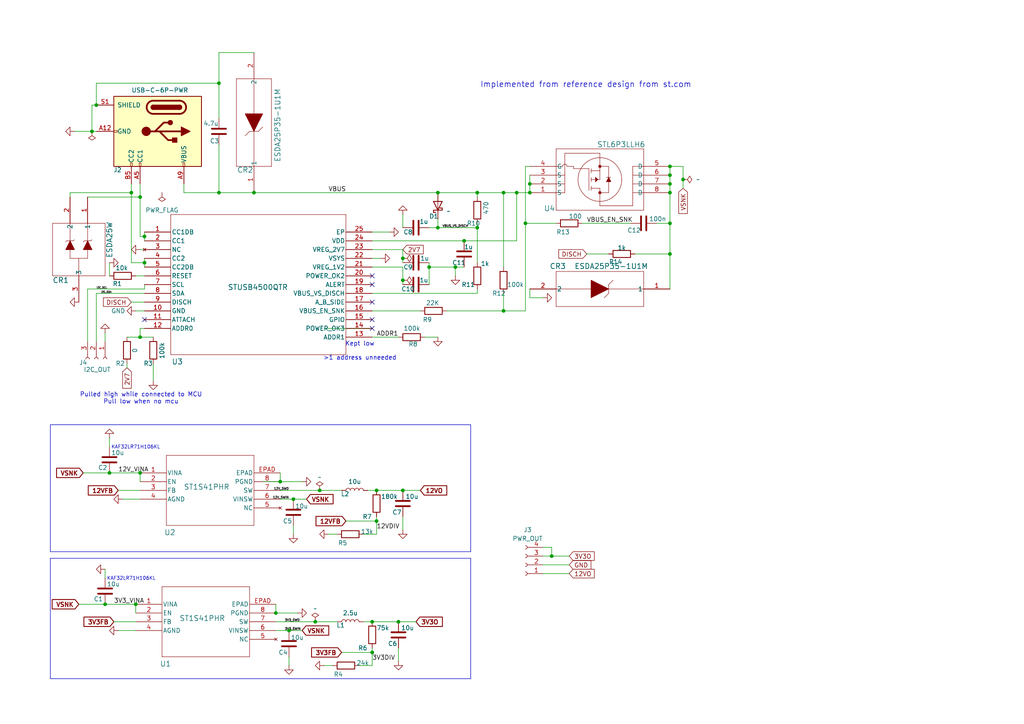
<source format=kicad_sch>
(kicad_sch (version 20231120) (generator "eeschema") (generator_version "8.0")
  (paper "A4")
  (title_block (title "N64-PDS") (date "2024-09-30") (rev "0.1.1") (company "Kiyo"))
  (lib_symbols
    (symbol "Connector:Conn_01x03_Socket" (pin_names (offset 1.016) hide)
      (property "Reference" "J" (at 0 5.08 0))
      (property "Value" "Conn_01x03_Socket" (at 0 -5.08 0))
      (symbol "Conn_01x03_Socket_1_1"
        (arc (start 0 -2.032) (mid -0.5058 -2.54) (end 0 -3.048) (stroke (width 0.1524)))
        (polyline (pts (xy -1.27 -2.54) (xy -0.508 -2.54)) (stroke (width 0.1524)))
        (polyline (pts (xy -1.27 0) (xy -0.508 0)) (stroke (width 0.1524)))
        (polyline (pts (xy -1.27 2.54) (xy -0.508 2.54)) (stroke (width 0.1524)))
        (arc (start 0 0.508) (mid -0.5058 0) (end 0 -0.508) (stroke (width 0.1524)))
        (arc (start 0 3.048) (mid -0.5058 2.54) (end 0 2.032) (stroke (width 0.1524)))
        (pin passive line (at -5.08 2.54 0) (length 3.81) (name "Pin_1") (number "1"))
        (pin passive line (at -5.08 0 0) (length 3.81) (name "Pin_2") (number "2"))
        (pin passive line (at -5.08 -2.54 0) (length 3.81) (name "Pin_3") (number "3"))
      )
    )
    (symbol "Connector:Conn_01x04_Socket" (pin_names (offset 1.016) hide)
      (property "Reference" "J" (at 0 5.08 0))
      (property "Value" "Conn_01x04_Socket" (at 0 -7.62 0))
      (symbol "Conn_01x04_Socket_1_1"
        (arc (start 0 -4.572) (mid -0.5058 -5.08) (end 0 -5.588) (stroke (width 0.1524)))
        (arc (start 0 -2.032) (mid -0.5058 -2.54) (end 0 -3.048) (stroke (width 0.1524)))
        (polyline (pts (xy -1.27 -5.08) (xy -0.508 -5.08)) (stroke (width 0.1524)))
        (polyline (pts (xy -1.27 -2.54) (xy -0.508 -2.54)) (stroke (width 0.1524)))
        (polyline (pts (xy -1.27 0) (xy -0.508 0)) (stroke (width 0.1524)))
        (polyline (pts (xy -1.27 2.54) (xy -0.508 2.54)) (stroke (width 0.1524)))
        (arc (start 0 0.508) (mid -0.5058 0) (end 0 -0.508) (stroke (width 0.1524)))
        (arc (start 0 3.048) (mid -0.5058 2.54) (end 0 2.032) (stroke (width 0.1524)))
        (pin passive line (at -5.08 2.54 0) (length 3.81) (name "Pin_1") (number "1"))
        (pin passive line (at -5.08 0 0) (length 3.81) (name "Pin_2") (number "2"))
        (pin passive line (at -5.08 -2.54 0) (length 3.81) (name "Pin_3") (number "3"))
        (pin passive line (at -5.08 -5.08 0) (length 3.81) (name "Pin_4") (number "4"))
      )
    )
    (symbol "Connector:USB_C_Receptacle_PowerOnly_6P" (pin_names (offset 1.016))
      (property "Reference" "J" (at 0 16.51 0))
      (property "Value" "USB_C_Receptacle_PowerOnly_6P" (at 0 13.97 0))
      (symbol "USB_C_Receptacle_PowerOnly_6P_0_0"
        (rectangle (start -0.254 -12.7) (end 0.254 -11.684))
        (rectangle (start 10.16 -7.366) (end 9.144 -7.874))
        (rectangle (start 10.16 -4.826) (end 9.144 -5.334))
        (rectangle (start 10.16 7.874) (end 9.144 7.366))
      )
      (symbol "USB_C_Receptacle_PowerOnly_6P_0_1"
        (rectangle (start -10.16 12.7) (end 10.16 -12.7) (stroke (width 0.254)) (fill (type background)))
        (arc (start -8.89 -1.27) (mid -6.985 -3.1667) (end -5.08 -1.27) (stroke (width 0.508)))
        (arc (start -7.62 -1.27) (mid -6.985 -1.9023) (end -6.35 -1.27) (stroke (width 0.254)))
        (arc (start -7.62 -1.27) (mid -6.985 -1.9023) (end -6.35 -1.27) (stroke (width 0.254)) (fill (type outline)))
        (rectangle (start -7.62 -1.27) (end -6.35 6.35) (stroke (width 0.254)) (fill (type outline)))
        (arc (start -6.35 6.35) (mid -6.985 6.9823) (end -7.62 6.35) (stroke (width 0.254)))
        (arc (start -6.35 6.35) (mid -6.985 6.9823) (end -7.62 6.35) (stroke (width 0.254)) (fill (type outline)))
        (arc (start -5.08 6.35) (mid -6.985 8.2467) (end -8.89 6.35) (stroke (width 0.508)))
        (circle (center -2.54 3.683) (radius 0.635) (stroke (width 0.254)) (fill (type outline)))
        (circle (center 0 -3.302) (radius 1.27) (fill (type outline)))
        (polyline (pts (xy -8.89 -1.27) (xy -8.89 6.35)) (stroke (width 0.508)))
        (polyline (pts (xy -5.08 6.35) (xy -5.08 -1.27)) (stroke (width 0.508)))
        (polyline (pts (xy 0 -3.302) (xy 0 6.858)) (stroke (width 0.508)))
        (polyline (pts (xy 0 -0.762) (xy -2.54 1.778) (xy -2.54 3.048)) (stroke (width 0.508)))
        (polyline (pts (xy 0 0.508) (xy 2.54 3.048) (xy 2.54 4.318)) (stroke (width 0.508)))
        (polyline (pts (xy -1.27 6.858) (xy 0 9.398) (xy 1.27 6.858) (xy -1.27 6.858)) (stroke (width 0.254)) (fill (type outline)))
        (rectangle (start 1.905 4.318) (end 3.175 5.588) (stroke (width 0.254)) (fill (type outline)))
      )
      (symbol "USB_C_Receptacle_PowerOnly_6P_1_1"
        (pin passive line (at 0 -17.78 90) (length 5.08) (name "GND") (number "A12"))
        (pin bidirectional line (at 15.24 -5.08 180) (length 5.08) (name "CC1") (number "A5"))
        (pin passive line (at 15.24 7.62 180) (length 5.08) (name "VBUS") (number "A9"))
        (pin passive line (at 0 -17.78 90) (length 5.08) hide (name "GND") (number "B12"))
        (pin bidirectional line (at 15.24 -7.62 180) (length 5.08) (name "CC2") (number "B5"))
        (pin passive line (at 15.24 7.62 180) (length 5.08) hide (name "VBUS") (number "B9"))
        (pin passive line (at -7.62 -17.78 90) (length 5.08) (name "SHIELD") (number "S1"))
      )
    )
    (symbol "Device:C" (pin_numbers hide) (pin_names (offset 0.254))
      (property "Reference" "C" (at 0.635 2.54 0))
      (property "Value" "C" (at 0.635 -2.54 0))
      (symbol "C_0_1"
        (polyline (pts (xy -2.032 -0.762) (xy 2.032 -0.762)) (stroke (width 0.508)))
        (polyline (pts (xy -2.032 0.762) (xy 2.032 0.762)) (stroke (width 0.508)))
      )
      (symbol "C_1_1"
        (pin passive line (at 0 3.81 270) (length 2.794) (name "~") (number "1"))
        (pin passive line (at 0 -3.81 90) (length 2.794) (name "~") (number "2"))
      )
    )
    (symbol "Device:D_Schottky" (pin_numbers hide) (pin_names (offset 1.016) hide)
      (property "Reference" "D" (at 0 2.54 0))
      (property "Value" "D_Schottky" (at 0 -2.54 0))
      (symbol "D_Schottky_0_1"
        (polyline (pts (xy 1.27 0) (xy -1.27 0)))
        (polyline (pts (xy 1.27 1.27) (xy 1.27 -1.27) (xy -1.27 0) (xy 1.27 1.27)) (stroke (width 0.254)))
        (polyline (pts (xy -1.905 0.635) (xy -1.905 1.27) (xy -1.27 1.27) (xy -1.27 -1.27) (xy -0.635 -1.27) (xy -0.635 -0.635)) (stroke (width 0.254)))
      )
      (symbol "D_Schottky_1_1"
        (pin passive line (at -3.81 0 0) (length 2.54) (name "K") (number "1"))
        (pin passive line (at 3.81 0 180) (length 2.54) (name "A") (number "2"))
      )
    )
    (symbol "Device:L" (pin_numbers hide) (pin_names (offset 1.016) hide)
      (property "Reference" "L" (at -1.27 0 90))
      (property "Value" "L" (at 1.905 0 90))
      (symbol "L_0_1"
        (arc (start 0 -2.54) (mid 0.6323 -1.905) (end 0 -1.27))
        (arc (start 0 -1.27) (mid 0.6323 -0.635) (end 0 0))
        (arc (start 0 0) (mid 0.6323 0.635) (end 0 1.27))
        (arc (start 0 1.27) (mid 0.6323 1.905) (end 0 2.54))
      )
      (symbol "L_1_1"
        (pin passive line (at 0 3.81 270) (length 1.27) (name "1") (number "1"))
        (pin passive line (at 0 -3.81 90) (length 1.27) (name "2") (number "2"))
      )
    )
    (symbol "Device:R" (pin_numbers hide) (pin_names (offset 0))
      (property "Reference" "R" (at 2.032 0 90))
      (property "Value" "R" (at 0 0 90))
      (symbol "R_0_1"
        (rectangle (start -1.016 -2.54) (end 1.016 2.54) (stroke (width 0.254)))
      )
      (symbol "R_1_1"
        (pin passive line (at 0 3.81 270) (length 1.27) (name "~") (number "1"))
        (pin passive line (at 0 -3.81 90) (length 1.27) (name "~") (number "2"))
      )
    )
    (symbol "ESDA25P35:ESDA25P35-1U1M" (pin_names (offset 0.254))
      (property "Reference" "CR" (at 20.32 10.16 0))
      (property "Value" "ESDA25P35-1U1M" (at 20.32 7.62 0))
      (symbol "ESDA25P35-1U1M_0_1"
        (polyline (pts (xy 7.62 -5.08) (xy 33.02 -5.08)) (stroke (width 0.127)))
        (polyline (pts (xy 7.62 0) (xy 33.02 0)) (stroke (width 0.127)))
        (polyline (pts (xy 7.62 5.08) (xy 7.62 -5.08)) (stroke (width 0.127)))
        (polyline (pts (xy 17.78 0) (xy 22.86 -2.54)) (stroke (width 0.127)))
        (polyline (pts (xy 17.78 1.27) (xy 16.51 2.54)) (stroke (width 0.127)))
        (polyline (pts (xy 17.78 1.27) (xy 17.78 -1.27)) (stroke (width 0.127)))
        (polyline (pts (xy 19.05 -2.54) (xy 17.78 -1.27)) (stroke (width 0.127)))
        (polyline (pts (xy 22.86 -2.54) (xy 22.86 2.54)) (stroke (width 0.127)))
        (polyline (pts (xy 22.86 2.54) (xy 17.78 0)) (stroke (width 0.127)))
        (polyline (pts (xy 33.02 -5.08) (xy 33.02 5.08)) (stroke (width 0.127)))
        (polyline (pts (xy 33.02 5.08) (xy 7.62 5.08)) (stroke (width 0.127)))
        (polyline (pts (xy 17.78 0) (xy 22.86 2.54) (xy 22.86 -2.54)) (fill (type outline)))
        (pin unspecified line (at 0 0 0) (length 7.62) (name "1") (number "1"))
        (pin unspecified line (at 40.64 0 180) (length 7.62) (name "2") (number "2"))
      )
    )
    (symbol "ESDA25W:ESDA25W" (pin_names (offset 0.254))
      (property "Reference" "CR" (at 15.24 10.16 0))
      (property "Value" "ESDA25W" (at 20.32 7.62 0))
      (symbol "ESDA25W_0_1"
        (polyline (pts (xy 7.62 -10.16) (xy 22.86 -10.16)) (stroke (width 0.127)))
        (polyline (pts (xy 7.62 0) (xy 17.78 0)) (stroke (width 0.127)))
        (polyline (pts (xy 7.62 5.08) (xy 7.62 -10.16)) (stroke (width 0.127)))
        (polyline (pts (xy 12.7 -6.0325) (xy 13.0175 -6.35)) (stroke (width 0.127)))
        (polyline (pts (xy 12.7 -5.08) (xy 15.24 -3.81)) (stroke (width 0.127)))
        (polyline (pts (xy 12.7 -4.1275) (xy 12.3825 -3.81)) (stroke (width 0.127)))
        (polyline (pts (xy 12.7 -4.1275) (xy 12.7 -6.0325)) (stroke (width 0.127)))
        (polyline (pts (xy 12.7 -0.9525) (xy 13.0175 -1.27)) (stroke (width 0.127)))
        (polyline (pts (xy 12.7 0) (xy 15.24 1.27)) (stroke (width 0.127)))
        (polyline (pts (xy 12.7 0.9525) (xy 12.3825 1.27)) (stroke (width 0.127)))
        (polyline (pts (xy 12.7 0.9525) (xy 12.7 -0.9525)) (stroke (width 0.127)))
        (polyline (pts (xy 15.24 -6.35) (xy 12.7 -5.08)) (stroke (width 0.127)))
        (polyline (pts (xy 15.24 -3.81) (xy 15.24 -6.35)) (stroke (width 0.127)))
        (polyline (pts (xy 15.24 -1.27) (xy 12.7 0)) (stroke (width 0.127)))
        (polyline (pts (xy 15.24 1.27) (xy 15.24 -1.27)) (stroke (width 0.127)))
        (polyline (pts (xy 17.78 -5.08) (xy 7.62 -5.08)) (stroke (width 0.127)))
        (polyline (pts (xy 17.78 -2.54) (xy 22.86 -2.54)) (stroke (width 0.127)))
        (polyline (pts (xy 17.78 0) (xy 17.78 -5.08)) (stroke (width 0.127)))
        (polyline (pts (xy 22.86 -10.16) (xy 22.86 5.08)) (stroke (width 0.127)))
        (polyline (pts (xy 22.86 5.08) (xy 7.62 5.08)) (stroke (width 0.127)))
        (polyline (pts (xy 12.7 -5.08) (xy 15.24 -3.81) (xy 15.24 -6.35)) (fill (type outline)))
        (polyline (pts (xy 12.7 0) (xy 15.24 1.27) (xy 15.24 -1.27)) (fill (type outline)))
        (pin unspecified line (at 0 0 0) (length 7.62) (name "1") (number "1"))
        (pin unspecified line (at 0 -5.08 0) (length 7.62) (name "2") (number "2"))
        (pin unspecified line (at 30.48 -2.54 180) (length 7.62) (name "3") (number "3"))
      )
    )
    (symbol "ST1S41PHR:ST1S41PHR" (pin_names (offset 0.254))
      (property "Reference" "U" (at 20.32 10.16 0))
      (property "Value" "ST1S41PHR" (at 20.32 7.62 0))
      (symbol "ST1S41PHR_0_1"
        (polyline (pts (xy 7.62 -15.24) (xy 33.02 -15.24)) (stroke (width 0.127)))
        (polyline (pts (xy 7.62 5.08) (xy 7.62 -15.24)) (stroke (width 0.127)))
        (polyline (pts (xy 33.02 -15.24) (xy 33.02 5.08)) (stroke (width 0.127)))
        (polyline (pts (xy 33.02 5.08) (xy 7.62 5.08)) (stroke (width 0.127)))
        (pin power_in line (at 0 0 0) (length 7.62) (name "VINA") (number "1"))
        (pin input line (at 0 -2.54 0) (length 7.62) (name "EN") (number "2"))
        (pin input line (at 0 -5.08 0) (length 7.62) (name "FB") (number "3"))
        (pin power_out line (at 0 -7.62 0) (length 7.62) (name "AGND") (number "4"))
        (pin no_connect line (at 40.64 -10.16 180) (length 7.62) (name "NC") (number "5"))
        (pin power_in line (at 40.64 -7.62 180) (length 7.62) (name "VINSW") (number "6"))
        (pin power_in line (at 40.64 -5.08 180) (length 7.62) (name "SW") (number "7"))
        (pin power_out line (at 40.64 -2.54 180) (length 7.62) (name "PGND") (number "8"))
        (pin power_out line (at 40.64 0 180) (length 7.62) (name "EPAD") (number "EPAD"))
      )
    )
    (symbol "STL6P3LLH6:STL6P3LLH6" (pin_names (offset 0.254))
      (property "Reference" "U" (at 20.32 10.16 0))
      (property "Value" "STL6P3LLH6" (at 20.32 7.62 0))
      (symbol "STL6P3LLH6_0_1"
        (polyline (pts (xy 7.62 -12.7) (xy 33.02 -12.7)) (stroke (width 0.127)))
        (polyline (pts (xy 7.62 -7.62) (xy 9.525 -7.62)) (stroke (width 0.127)))
        (polyline (pts (xy 7.62 -5.08) (xy 10.16 -5.08)) (stroke (width 0.127)))
        (polyline (pts (xy 7.62 -2.54) (xy 10.16 -2.54)) (stroke (width 0.127)))
        (polyline (pts (xy 7.62 0) (xy 10.16 0)) (stroke (width 0.127)))
        (polyline (pts (xy 7.62 5.08) (xy 7.62 -12.7)) (stroke (width 0.127)))
        (polyline (pts (xy 10.16 -11.43) (xy 20.32 -11.43)) (stroke (width 0.127)))
        (polyline (pts (xy 10.16 0) (xy 10.16 -11.43)) (stroke (width 0.127)))
        (polyline (pts (xy 10.795 -7.62) (xy 12.7 -7.62)) (stroke (width 0.127)))
        (polyline (pts (xy 12.7 -7.62) (xy 12.7 -6.985)) (stroke (width 0.127)))
        (polyline (pts (xy 17.145 -6.985) (xy 12.7 -6.985)) (stroke (width 0.127)))
        (polyline (pts (xy 17.145 -6.985) (xy 17.145 -0.635)) (stroke (width 0.127)))
        (polyline (pts (xy 17.78 -6.35) (xy 20.32 -6.35)) (stroke (width 0.127)))
        (polyline (pts (xy 17.78 -5.715) (xy 17.78 -6.985)) (stroke (width 0.127)))
        (polyline (pts (xy 17.78 -3.175) (xy 17.78 -4.445)) (stroke (width 0.127)))
        (polyline (pts (xy 17.78 -1.27) (xy 20.32 -1.27)) (stroke (width 0.127)))
        (polyline (pts (xy 17.78 -0.635) (xy 17.78 -1.905)) (stroke (width 0.127)))
        (polyline (pts (xy 19.05 -3.175) (xy 19.05 -4.445)) (stroke (width 0.127)))
        (polyline (pts (xy 19.685 -3.81) (xy 19.05 -4.445)) (stroke (width 0.127)))
        (polyline (pts (xy 19.685 -3.81) (xy 19.05 -3.175)) (stroke (width 0.127)))
        (polyline (pts (xy 20.32 -11.43) (xy 20.32 -3.81)) (stroke (width 0.127)))
        (polyline (pts (xy 20.32 -7.62) (xy 22.86 -7.62)) (stroke (width 0.127)))
        (polyline (pts (xy 20.32 -3.81) (xy 17.78 -3.81)) (stroke (width 0.127)))
        (polyline (pts (xy 20.32 -1.27) (xy 20.32 3.81)) (stroke (width 0.127)))
        (polyline (pts (xy 20.32 0) (xy 22.86 0)) (stroke (width 0.127)))
        (polyline (pts (xy 20.32 3.81) (xy 29.845 3.81)) (stroke (width 0.127)))
        (polyline (pts (xy 22.86 -7.62) (xy 22.86 0)) (stroke (width 0.127)))
        (polyline (pts (xy 22.86 -4.445) (xy 22.225 -3.175)) (stroke (width 0.127)))
        (polyline (pts (xy 23.495 -4.445) (xy 22.225 -4.445)) (stroke (width 0.127)))
        (polyline (pts (xy 23.495 -3.175) (xy 22.225 -3.175)) (stroke (width 0.127)))
        (polyline (pts (xy 23.495 -3.175) (xy 22.86 -4.445)) (stroke (width 0.127)))
        (polyline (pts (xy 29.845 -7.62) (xy 29.845 3.81)) (stroke (width 0.127)))
        (polyline (pts (xy 29.845 -5.08) (xy 33.02 -5.08)) (stroke (width 0.127)))
        (polyline (pts (xy 29.845 -2.54) (xy 33.02 -2.54)) (stroke (width 0.127)))
        (polyline (pts (xy 29.845 0) (xy 33.02 0)) (stroke (width 0.127)))
        (polyline (pts (xy 33.02 -12.7) (xy 33.02 5.08)) (stroke (width 0.127)))
        (polyline (pts (xy 33.02 -7.62) (xy 29.845 -7.62)) (stroke (width 0.127)))
        (polyline (pts (xy 33.02 5.08) (xy 7.62 5.08)) (stroke (width 0.127)))
        (polyline (pts (xy 19.05 -3.175) (xy 19.685 -3.81) (xy 19.05 -4.445)) (fill (type outline)))
        (polyline (pts (xy 22.225 -3.175) (xy 23.495 -3.175) (xy 22.86 -4.445)) (fill (type outline)))
        (arc (start 9.525 -7.62) (mid 10.16 -8.2522) (end 10.795 -7.62) (stroke (width 0.127)))
        (circle (center 20.32 -7.62) (radius 0.254) (stroke (width 0.381)))
        (circle (center 20.32 -3.81) (radius 6.35) (stroke (width 0.127)))
        (circle (center 20.32 0) (radius 0.254) (stroke (width 0.381)))
        (pin unspecified line (at 0 0 0) (length 7.62) (name "S") (number "1"))
        (pin unspecified line (at 0 -2.54 0) (length 7.62) (name "S") (number "2"))
        (pin unspecified line (at 0 -5.08 0) (length 7.62) (name "S") (number "3"))
        (pin unspecified line (at 0 -7.62 0) (length 7.62) (name "G") (number "4"))
        (pin unspecified line (at 40.64 -7.62 180) (length 7.62) (name "D") (number "5"))
        (pin unspecified line (at 40.64 -5.08 180) (length 7.62) (name "D") (number "6"))
        (pin unspecified line (at 40.64 -2.54 180) (length 7.62) (name "D") (number "7"))
        (pin unspecified line (at 40.64 0 180) (length 7.62) (name "D") (number "8"))
      )
    )
    (symbol "STUSB4500:STUSB4500QTR" (pin_names (offset 0.254))
      (property "Reference" "U" (at 33.02 10.16 0))
      (property "Value" "STUSB4500QTR" (at 33.02 7.62 0))
      (symbol "STUSB4500QTR_0_1"
        (polyline (pts (xy 7.62 -35.56) (xy 58.42 -35.56)) (stroke (width 0.127)))
        (polyline (pts (xy 7.62 5.08) (xy 7.62 -35.56)) (stroke (width 0.127)))
        (polyline (pts (xy 58.42 -35.56) (xy 58.42 5.08)) (stroke (width 0.127)))
        (polyline (pts (xy 58.42 5.08) (xy 7.62 5.08)) (stroke (width 0.127)))
        (pin unspecified line (at 0 0 0) (length 7.62) (name "CC1DB") (number "1"))
        (pin power_out line (at 0 -22.86 0) (length 7.62) (name "GND") (number "10"))
        (pin output line (at 0 -25.4 0) (length 7.62) (name "ATTACH") (number "11"))
        (pin input line (at 0 -27.94 0) (length 7.62) (name "ADDR0") (number "12"))
        (pin input line (at 66.04 -30.48 180) (length 7.62) (name "ADDR1") (number "13"))
        (pin output line (at 66.04 -27.94 180) (length 7.62) (name "POWER_OK3") (number "14"))
        (pin output line (at 66.04 -25.4 180) (length 7.62) (name "GPIO") (number "15"))
        (pin input line (at 66.04 -22.86 180) (length 7.62) (name "VBUS_EN_SNK") (number "16"))
        (pin output line (at 66.04 -20.32 180) (length 7.62) (name "A_B_SIDE") (number "17"))
        (pin input line (at 66.04 -17.78 180) (length 7.62) (name "VBUS_VS_DISCH") (number "18"))
        (pin output line (at 66.04 -15.24 180) (length 7.62) (name "ALERT") (number "19"))
        (pin unspecified line (at 0 -2.54 0) (length 7.62) (name "CC1") (number "2"))
        (pin output line (at 66.04 -12.7 180) (length 7.62) (name "POWER_OK2") (number "20"))
        (pin power_in line (at 66.04 -10.16 180) (length 7.62) (name "VREG_1V2") (number "21"))
        (pin power_in line (at 66.04 -7.62 180) (length 7.62) (name "VSYS") (number "22"))
        (pin power_in line (at 66.04 -5.08 180) (length 7.62) (name "VREG_2V7") (number "23"))
        (pin power_in line (at 66.04 -2.54 180) (length 7.62) (name "VDD") (number "24"))
        (pin power_out line (at 66.04 0 180) (length 7.62) (name "EP") (number "25"))
        (pin no_connect line (at 0 -5.08 0) (length 7.62) (name "NC") (number "3"))
        (pin unspecified line (at 0 -7.62 0) (length 7.62) (name "CC2") (number "4"))
        (pin unspecified line (at 0 -10.16 0) (length 7.62) (name "CC2DB") (number "5"))
        (pin input line (at 0 -12.7 0) (length 7.62) (name "RESET") (number "6"))
        (pin input line (at 0 -15.24 0) (length 7.62) (name "SCL") (number "7"))
        (pin bidirectional line (at 0 -17.78 0) (length 7.62) (name "SDA") (number "8"))
        (pin bidirectional line (at 0 -20.32 0) (length 7.62) (name "DISCH") (number "9"))
      )
    )
    (symbol "power:GND" (power) (pin_numbers hide) (pin_names (offset 0) hide)
      (property "Value" "GND" (at 0 -3.81 0))
      (symbol "GND_0_1"
        (polyline (pts (xy 0 0) (xy 0 -1.27) (xy 1.27 -1.27) (xy 0 -2.54) (xy -1.27 -1.27) (xy 0 -1.27)))
      )
      (symbol "GND_1_1"
        (pin power_in line (at 0 0 270) (length 0) (name "~") (number "1"))
      )
    )
    (symbol "power:PWR_FLAG" (power) (pin_numbers hide) (pin_names (offset 0) hide)
      (property "Value" "PWR_FLAG" (at 0 3.81 0))
      (symbol "PWR_FLAG_0_0"
        (pin power_out line (at 0 0 90) (length 0) (name "~") (number "1"))
      )
      (symbol "PWR_FLAG_0_1"
        (polyline (pts (xy 0 0) (xy 0 1.27) (xy -1.016 1.905) (xy 0 2.54) (xy 1.016 1.905) (xy 0 1.27)))
      )
    )
  )
  (junction (at 115.57 180.34))
  (junction (at 194.31 64.77))
  (junction (at 153.67 55.88))
  (junction (at 194.31 55.88))
  (junction (at 109.22 151.13))
  (junction (at 127 66.04))
  (junction (at 40.64 57.15))
  (junction (at 132.08 77.47))
  (junction (at 146.05 90.17))
  (junction (at 92.71 142.24))
  (junction (at 73.66 55.88))
  (junction (at 198.12 52.07))
  (junction (at 152.4 64.77))
  (junction (at 107.95 189.23))
  (junction (at 41.91 76.2))
  (junction (at 116.84 142.24))
  (junction (at 26.67 38.1))
  (junction (at 116.84 74.93))
  (junction (at 38.1 55.88))
  (junction (at 146.05 55.88))
  (junction (at 138.43 55.88))
  (junction (at 194.31 48.26))
  (junction (at 81.28 139.7))
  (junction (at 127 55.88))
  (junction (at 39.37 175.26))
  (junction (at 83.82 182.88))
  (junction (at 153.67 53.34))
  (junction (at 63.5 55.88))
  (junction (at 107.95 180.34))
  (junction (at 124.46 77.47))
  (junction (at 138.43 66.04))
  (junction (at 31.75 137.16))
  (junction (at 30.48 175.26))
  (junction (at 91.44 180.34))
  (junction (at 40.64 137.16))
  (junction (at 149.86 55.88))
  (junction (at 116.84 81.28))
  (junction (at 194.31 50.8))
  (junction (at 134.62 69.85))
  (junction (at 63.5 24.13))
  (junction (at 41.91 68.58))
  (junction (at 27.94 30.48))
  (junction (at 85.09 144.78))
  (junction (at 40.64 97.79))
  (junction (at 80.01 177.8))
  (junction (at 194.31 53.34))
  (junction (at 194.31 73.66))
  (junction (at 160.02 161.29))
  (junction (at 109.22 142.24))
  (no_connect (at 41.91 92.71))
  (no_connect (at 107.95 95.25))
  (no_connect (at 107.95 82.55))
  (no_connect (at 107.95 80.01))
  (no_connect (at 107.95 87.63))
  (no_connect (at 107.95 92.71))
  (wire (pts (xy 198.12 52.07) (xy 198.12 54.61)))
  (wire (pts (xy 63.5 24.13) (xy 63.5 34.29)))
  (wire (pts (xy 63.5 24.13) (xy 27.94 24.13)))
  (wire (pts (xy 138.43 64.77) (xy 138.43 66.04)))
  (wire (pts (xy 92.71 142.24) (xy 99.06 142.24)))
  (wire (pts (xy 153.67 86.36) (xy 157.48 86.36)))
  (wire (pts (xy 26.67 38.1) (xy 27.94 38.1)))
  (wire (pts (xy 160.02 158.75) (xy 160.02 161.29)))
  (wire (pts (xy 105.41 180.34) (xy 107.95 180.34)))
  (wire (pts (xy 115.57 187.96) (xy 115.57 191.77)))
  (wire (pts (xy 107.95 67.31) (xy 113.03 67.31)))
  (wire (pts (xy 41.91 74.93) (xy 41.91 76.2)))
  (wire (pts (xy 116.84 74.93) (xy 116.84 76.2)))
  (wire (pts (xy 20.32 57.15) (xy 20.32 55.88)))
  (wire (pts (xy 153.67 83.82) (xy 153.67 86.36)))
  (wire (pts (xy 91.44 180.34) (xy 97.79 180.34)))
  (wire (pts (xy 127 63.5) (xy 127 66.04)))
  (wire (pts (xy 107.95 193.04) (xy 104.14 193.04)))
  (wire (pts (xy 99.06 189.23) (xy 107.95 189.23)))
  (wire (pts (xy 39.37 90.17) (xy 41.91 90.17)))
  (wire (pts (xy 152.4 48.26) (xy 152.4 64.77)))
  (wire (pts (xy 85.09 152.4) (xy 85.09 154.94)))
  (wire (pts (xy 34.29 142.24) (xy 40.64 142.24)))
  (wire (pts (xy 168.91 64.77) (xy 182.88 64.77)))
  (wire (pts (xy 127 97.79) (xy 123.19 97.79)))
  (wire (pts (xy 40.64 95.25) (xy 41.91 95.25)))
  (wire (pts (xy 152.4 48.26) (xy 153.67 48.26)))
  (wire (pts (xy 36.83 97.79) (xy 40.64 97.79)))
  (wire (pts (xy 80.01 175.26) (xy 80.01 177.8)))
  (wire (pts (xy 138.43 83.82) (xy 138.43 85.09)))
  (wire (pts (xy 194.31 48.26) (xy 194.31 50.8)))
  (wire (pts (xy 80.01 177.8) (xy 86.36 177.8)))
  (wire (pts (xy 63.5 24.13) (xy 63.5 15.24)))
  (wire (pts (xy 63.5 15.24) (xy 73.66 15.24)))
  (wire (pts (xy 124.46 77.47) (xy 132.08 77.47)))
  (wire (pts (xy 38.1 55.88) (xy 38.1 76.2)))
  (wire (pts (xy 63.5 55.88) (xy 53.34 55.88)))
  (wire (pts (xy 25.4 57.15) (xy 40.64 57.15)))
  (wire (pts (xy 83.82 182.88) (xy 87.63 182.88)))
  (wire (pts (xy 198.12 48.26) (xy 198.12 52.07)))
  (wire (pts (xy 138.43 55.88) (xy 138.43 57.15)))
  (wire (pts (xy 81.28 144.78) (xy 85.09 144.78)))
  (wire (pts (xy 41.91 76.2) (xy 41.91 77.47)))
  (wire (pts (xy 127 55.88) (xy 138.43 55.88)))
  (wire (pts (xy 107.95 77.47) (xy 116.84 77.47)))
  (wire (pts (xy 116.84 77.47) (xy 116.84 81.28)))
  (wire (pts (xy 41.91 68.58) (xy 40.64 68.58)))
  (wire (pts (xy 107.95 189.23) (xy 107.95 193.04)))
  (wire (pts (xy 36.83 106.68) (xy 36.83 105.41)))
  (wire (pts (xy 27.94 24.13) (xy 27.94 30.48)))
  (wire (pts (xy 73.66 55.88) (xy 127 55.88)))
  (wire (pts (xy 127 66.04) (xy 124.46 66.04)))
  (wire (pts (xy 26.67 30.48) (xy 26.67 38.1)))
  (wire (pts (xy 81.28 139.7) (xy 87.63 139.7)))
  (wire (pts (xy 80.01 180.34) (xy 91.44 180.34)))
  (wire (pts (xy 194.31 48.26) (xy 198.12 48.26)))
  (wire (pts (xy 116.84 142.24) (xy 121.92 142.24)))
  (wire (pts (xy 107.95 85.09) (xy 138.43 85.09)))
  (wire (pts (xy 24.13 137.16) (xy 31.75 137.16)))
  (wire (pts (xy 116.84 72.39) (xy 116.84 74.93)))
  (wire (pts (xy 53.34 55.88) (xy 53.34 53.34)))
  (wire (pts (xy 106.68 142.24) (xy 109.22 142.24)))
  (wire (pts (xy 146.05 90.17) (xy 152.4 90.17)))
  (wire (pts (xy 190.5 64.77) (xy 194.31 64.77)))
  (wire (pts (xy 194.31 64.77) (xy 194.31 55.88)))
  (wire (pts (xy 116.84 149.86) (xy 116.84 153.67)))
  (wire (pts (xy 132.08 80.01) (xy 132.08 77.47)))
  (wire (pts (xy 80.01 182.88) (xy 83.82 182.88)))
  (wire (pts (xy 40.64 53.34) (xy 40.64 57.15)))
  (wire (pts (xy 107.95 189.23) (xy 107.95 187.96)))
  (wire (pts (xy 38.1 87.63) (xy 41.91 87.63)))
  (wire (pts (xy 146.05 85.09) (xy 146.05 90.17)))
  (wire (pts (xy 184.15 73.66) (xy 194.31 73.66)))
  (wire (pts (xy 160.02 161.29) (xy 165.1 161.29)))
  (wire (pts (xy 83.82 190.5) (xy 83.82 193.04)))
  (wire (pts (xy 44.45 110.49) (xy 44.45 105.41)))
  (wire (pts (xy 40.64 97.79) (xy 44.45 97.79)))
  (wire (pts (xy 157.48 161.29) (xy 160.02 161.29)))
  (wire (pts (xy 33.02 180.34) (xy 39.37 180.34)))
  (wire (pts (xy 97.79 154.94) (xy 95.25 154.94)))
  (wire (pts (xy 81.28 137.16) (xy 81.28 139.7)))
  (wire (pts (xy 100.33 151.13) (xy 109.22 151.13)))
  (wire (pts (xy 96.52 193.04) (xy 93.98 193.04)))
  (wire (pts (xy 41.91 76.2) (xy 38.1 76.2)))
  (wire (pts (xy 40.64 95.25) (xy 40.64 97.79)))
  (wire (pts (xy 152.4 64.77) (xy 152.4 90.17)))
  (wire (pts (xy 194.31 50.8) (xy 194.31 53.34)))
  (wire (pts (xy 73.66 55.88) (xy 63.5 55.88)))
  (wire (pts (xy 39.37 80.01) (xy 41.91 80.01)))
  (wire (pts (xy 116.84 62.23) (xy 116.84 66.04)))
  (wire (pts (xy 40.64 137.16) (xy 40.64 139.7)))
  (wire (pts (xy 153.67 53.34) (xy 153.67 55.88)))
  (wire (pts (xy 27.94 30.48) (xy 26.67 30.48)))
  (wire (pts (xy 107.95 95.25) (xy 93.98 95.25)))
  (wire (pts (xy 31.75 76.2) (xy 31.75 80.01)))
  (wire (pts (xy 194.31 64.77) (xy 194.31 73.66)))
  (wire (pts (xy 63.5 55.88) (xy 63.5 41.91)))
  (wire (pts (xy 20.32 55.88) (xy 38.1 55.88)))
  (wire (pts (xy 109.22 142.24) (xy 116.84 142.24)))
  (wire (pts (xy 34.29 182.88) (xy 39.37 182.88)))
  (wire (pts (xy 124.46 77.47) (xy 124.46 82.55)))
  (wire (pts (xy 127 66.04) (xy 138.43 66.04)))
  (wire (pts (xy 157.48 163.83) (xy 165.1 163.83)))
  (wire (pts (xy 27.94 85.09) (xy 41.91 85.09)))
  (wire (pts (xy 146.05 55.88) (xy 149.86 55.88)))
  (wire (pts (xy 152.4 64.77) (xy 161.29 64.77)))
  (wire (pts (xy 107.95 72.39) (xy 116.84 72.39)))
  (wire (pts (xy 146.05 55.88) (xy 146.05 77.47)))
  (wire (pts (xy 115.57 180.34) (xy 120.65 180.34)))
  (wire (pts (xy 76.2 139.7) (xy 81.28 139.7)))
  (wire (pts (xy 85.09 144.78) (xy 88.9 144.78)))
  (wire (pts (xy 22.86 175.26) (xy 30.48 175.26)))
  (wire (pts (xy 39.37 175.26) (xy 39.37 177.8)))
  (wire (pts (xy 107.95 69.85) (xy 134.62 69.85)))
  (wire (pts (xy 107.95 97.79) (xy 115.57 97.79)))
  (wire (pts (xy 129.54 90.17) (xy 146.05 90.17)))
  (wire (pts (xy 31.75 127) (xy 31.75 129.54)))
  (wire (pts (xy 25.4 83.82) (xy 41.91 83.82)))
  (wire (pts (xy 38.1 53.34) (xy 38.1 55.88)))
  (wire (pts (xy 107.95 74.93) (xy 110.49 74.93)))
  (wire (pts (xy 157.48 158.75) (xy 160.02 158.75)))
  (wire (pts (xy 30.48 165.1) (xy 30.48 167.64)))
  (wire (pts (xy 149.86 69.85) (xy 149.86 55.88)))
  (wire (pts (xy 109.22 151.13) (xy 109.22 149.86)))
  (wire (pts (xy 132.08 77.47) (xy 134.62 77.47)))
  (wire (pts (xy 27.94 85.09) (xy 27.94 99.06)))
  (wire (pts (xy 134.62 69.85) (xy 149.86 69.85)))
  (wire (pts (xy 25.4 83.82) (xy 25.4 99.06)))
  (wire (pts (xy 41.91 82.55) (xy 41.91 83.82)))
  (wire (pts (xy 41.91 67.31) (xy 41.91 68.58)))
  (wire (pts (xy 149.86 55.88) (xy 153.67 55.88)))
  (wire (pts (xy 31.75 137.16) (xy 40.64 137.16)))
  (wire (pts (xy 116.84 81.28) (xy 116.84 82.55)))
  (wire (pts (xy 170.18 73.66) (xy 176.53 73.66)))
  (wire (pts (xy 153.67 50.8) (xy 153.67 53.34)))
  (wire (pts (xy 138.43 55.88) (xy 146.05 55.88)))
  (wire (pts (xy 81.28 142.24) (xy 92.71 142.24)))
  (wire (pts (xy 40.64 57.15) (xy 40.64 68.58)))
  (wire (pts (xy 157.48 166.37) (xy 165.1 166.37)))
  (wire (pts (xy 35.56 144.78) (xy 40.64 144.78)))
  (wire (pts (xy 138.43 66.04) (xy 138.43 76.2)))
  (wire (pts (xy 40.64 72.39) (xy 41.91 72.39)))
  (wire (pts (xy 21.59 38.1) (xy 26.67 38.1)))
  (wire (pts (xy 107.95 90.17) (xy 121.92 90.17)))
  (wire (pts (xy 41.91 68.58) (xy 41.91 69.85)))
  (wire (pts (xy 107.95 180.34) (xy 115.57 180.34)))
  (wire (pts (xy 30.48 96.52) (xy 30.48 99.06)))
  (wire (pts (xy 194.31 53.34) (xy 194.31 55.88)))
  (wire (pts (xy 109.22 151.13) (xy 109.22 154.94)))
  (wire (pts (xy 30.48 175.26) (xy 39.37 175.26)))
  (wire (pts (xy 124.46 76.2) (xy 124.46 77.47)))
  (wire (pts (xy 109.22 154.94) (xy 105.41 154.94)))
  (wire (pts (xy 194.31 73.66) (xy 194.31 83.82)))
  (rectangle (start 14.605 123.19) (end 136.525 160.02))
  (rectangle (start 14.605 161.925) (end 136.525 196.85))
  (text "KAF32LR71H106KL" (at 39.37 129.794 0) (effects (font (size 1 1) (thickness 0.125))))
  (text "Kept low\n \n>1 address unneeded\n" (at 104.394 101.854 0) (effects (font (size 1.27 1.27))))
  (text "Implemented from reference design from st.com\n" (at 169.926 24.638 0) (effects (font (size 1.651 1.651))))
  (text "KAF32LR71H106KL" (at 38.1 167.894 0) (effects (font (size 1 1) (thickness 0.125))))
  (text "Pulled high while connected to MCU\nPull low when no mcu\n" (at 40.894 115.57 0) (effects (font (size 1.27 1.27))))
  (label "3V3_VINA" (at 33.02 175.26 0))
  (label "ADDR1" (at 109.22 97.79 0))
  (label "12V_VINA" (at 34.29 137.16 0))
  (label "I2C_SDA" (at 29.21 85.09 0) (effects (font (size 0.508 0.508))))
  (label "VBUS" (at 95.25 55.88 0))
  (label "12V_SWO" (at 83.82 142.24 180) (effects (font (size 0.635 0.635))))
  (label "12VDIV" (at 109.22 153.67 0))
  (label "3V3DIV" (at 107.95 191.77 0))
  (label "I2C_SCL" (at 27.94 83.82 0) (effects (font (size 0.508 0.508))))
  (label "12V_SWIN" (at 83.82 144.78 180) (effects (font (size 0.635 0.635))))
  (label "VBUS_EN_SNK" (at 170.18 64.77 0))
  (label "VBUS_VS_DISCH" (at 128.27 66.04 0) (effects (font (size 0.635 0.635))))
  (label "3V3_SWIN" (at 82.55 182.88 0) (effects (font (size 0.635 0.635))))
  (label "3V3_SWO" (at 82.55 180.34 0) (effects (font (size 0.635 0.635))))
  (global_label "12VFB" (shape input) (at 34.29 142.24 180) (effects (font (thickness 0.254) (bold yes))) (property "Intersheetrefs" "${INTERSHEET_REFS}" (effects (hide yes))))
  (global_label "VSNK" (shape input) (at 88.9 144.78 0) (effects (font (thickness 0.254) (bold yes))) (property "Intersheetrefs" "${INTERSHEET_REFS}" (effects (hide yes))))
  (global_label "3V3O" (shape input) (at 165.1 161.29 0) (property "Intersheetrefs" "${INTERSHEET_REFS}" (effects (hide yes))))
  (global_label "VSNK" (shape input) (at 87.63 182.88 0) (effects (font (thickness 0.254) (bold yes))) (property "Intersheetrefs" "${INTERSHEET_REFS}" (effects (hide yes))))
  (global_label "2V7" (shape input) (at 116.84 72.39 0) (property "Intersheetrefs" "${INTERSHEET_REFS}" (effects (hide yes))))
  (global_label "3V3O" (shape input) (at 120.65 180.34 0) (effects (font (thickness 0.254) (bold yes))) (property "Intersheetrefs" "${INTERSHEET_REFS}" (effects (hide yes))))
  (global_label "3V3FB" (shape input) (at 33.02 180.34 180) (effects (font (thickness 0.254) (bold yes))) (property "Intersheetrefs" "${INTERSHEET_REFS}" (effects (hide yes))))
  (global_label "DISCH" (shape input) (at 170.18 73.66 180) (property "Intersheetrefs" "${INTERSHEET_REFS}" (effects (hide yes))))
  (global_label "2V7" (shape input) (at 36.83 106.68 270) (property "Intersheetrefs" "${INTERSHEET_REFS}" (effects (hide yes))))
  (global_label "GND" (shape input) (at 165.1 163.83 0) (property "Intersheetrefs" "${INTERSHEET_REFS}" (effects (hide yes))))
  (global_label "VSNK" (shape input) (at 22.86 175.26 180) (effects (font (thickness 0.254) (bold yes))) (property "Intersheetrefs" "${INTERSHEET_REFS}" (effects (hide yes))))
  (global_label "DISCH" (shape input) (at 38.1 87.63 180) (property "Intersheetrefs" "${INTERSHEET_REFS}" (effects (hide yes))))
  (global_label "12VO" (shape input) (at 121.92 142.24 0) (effects (font (thickness 0.254) (bold yes))) (property "Intersheetrefs" "${INTERSHEET_REFS}" (effects (hide yes))))
  (global_label "3V3FB" (shape input) (at 99.06 189.23 180) (effects (font (thickness 0.254) (bold yes))) (property "Intersheetrefs" "${INTERSHEET_REFS}" (effects (hide yes))))
  (global_label "VSNK" (shape input) (at 198.12 54.61 270) (property "Intersheetrefs" "${INTERSHEET_REFS}" (effects (hide yes))))
  (global_label "12VO" (shape input) (at 165.1 166.37 0) (property "Intersheetrefs" "${INTERSHEET_REFS}" (effects (hide yes))))
  (global_label "12VFB" (shape input) (at 100.33 151.13 180) (effects (font (thickness 0.254) (bold yes))) (property "Intersheetrefs" "${INTERSHEET_REFS}" (effects (hide yes))))
  (global_label "VSNK" (shape input) (at 24.13 137.16 180) (effects (font (thickness 0.254) (bold yes))) (property "Intersheetrefs" "${INTERSHEET_REFS}" (effects (hide yes))))
  (symbol (lib_id "Device:R") (at 125.73 90.17 90) (unit 1)
    (property "Reference" "R9" (at 123.952 92.71 90))
    (property "Value" "22K" (at 125.476 87.884 90))
    (property "Footprint" "Resistor_SMD:R_0402_1005Metric_Pad0.72x0.64mm_HandSolder" (effects (hide yes)))
    (property "Description" "Resistor" (effects (hide yes)))
  )
  (symbol (lib_id "Device:R") (at 100.33 193.04 270) (unit 1)
    (property "Reference" "R4" (at 96.774 195.58 90) (effects (justify left)))
    (property "Value" "24k" (at 103.378 192.278 90) (effects (justify left)))
    (property "Footprint" "Resistor_SMD:R_0402_1005Metric_Pad0.72x0.64mm_HandSolder" (effects (hide yes)))
    (property "Description" "Resistor" (effects (hide yes)))
  )
  (symbol (lib_id "STUSB4500:STUSB4500QTR") (at 41.91 67.31 0) (unit 1)
    (property "Reference" "U3" (at 53.086 104.902 0) (effects (font (size 1.524 1.524)) (justify right)))
    (property "Value" "STUSB4500QTR" (at 83.566 83.312 0) (effects (font (size 1.524 1.524)) (justify right)))
    (property "Footprint" "STUSB4500:QFN24EP_4X4_STM-M" (effects (hide yes)))
    (property "Datasheet" "STUSB4500QTR" (effects (hide yes)))
  )
  (symbol (lib_id "power:GND") (at 30.48 165.1 270) (unit 1)
    (property "Reference" "#PWR012" (effects (hide yes)))
    (property "Value" "GND" (effects (hide yes)))
    (property "Description" "Power symbol creates a global label with name \"GND\" , ground" (effects (hide yes)))
  )
  (symbol (lib_id "power:PWR_FLAG") (at 26.67 38.1 180) (unit 1)
    (property "Reference" "#FLG03" (effects (hide yes)))
    (property "Value" "PWR_FLAG" (effects (hide yes)))
    (property "Description" "Special symbol for telling ERC where power comes from" (effects (hide yes)))
  )
  (symbol (lib_id "Device:R") (at 119.38 97.79 90) (unit 1)
    (property "Reference" "R8" (at 121.158 99.822 90) (effects (justify left)))
    (property "Value" "100k" (at 121.92 95.25 90) (effects (justify left)))
    (property "Footprint" "Resistor_SMD:R_0402_1005Metric_Pad0.72x0.64mm_HandSolder" (effects (hide yes)))
    (property "Description" "Resistor" (effects (hide yes)))
  )
  (symbol (lib_id "power:GND") (at 87.63 139.7 90) (unit 1)
    (property "Reference" "#PWR021" (effects (hide yes)))
    (property "Value" "GND" (effects (hide yes)))
    (property "Description" "Power symbol creates a global label with name \"GND\" , ground" (effects (hide yes)))
  )
  (symbol (lib_id "Connector:USB_C_Receptacle_PowerOnly_6P") (at 45.72 38.1 270) (unit 1)
    (property "Reference" "J2" (at 35.306 49.276 90) (effects (justify right)))
    (property "Value" "USB-C-6P-PWR" (at 54.61 26.162 90) (effects (justify right)))
    (property "Footprint" "Connector_USB:USB_C_Receptacle_GCT_USB4125-xx-x-0190_6P_TopMnt_Horizontal" (effects (hide yes)))
    (property "Datasheet" "https://www.usb.org/sites/default/files/documents/usb_type-c.zip" (effects (hide yes)))
    (property "Description" "USB Power-Only 6P Type-C Receptacle connector" (effects (hide yes)))
  )
  (symbol (lib_id "Device:C") (at 115.57 184.15 0) (unit 1)
    (property "Reference" "C6" (at 112.522 186.69 0) (effects (justify left)))
    (property "Value" "10u" (at 116.332 182.118 0) (effects (justify left)))
    (property "Footprint" "Capacitor_SMD:C_0805_2012Metric_Pad1.18x1.45mm_HandSolder" (effects (hide yes)))
    (property "Description" "Unpolarized capacitor" (effects (hide yes)))
  )
  (symbol (lib_id "power:GND") (at 95.25 154.94 270) (unit 1)
    (property "Reference" "#PWR022" (effects (hide yes)))
    (property "Value" "GND" (effects (hide yes)))
    (property "Description" "Power symbol creates a global label with name \"GND\" , ground" (effects (hide yes)))
  )
  (symbol (lib_id "Device:C") (at 63.5 38.1 180) (unit 1)
    (property "Reference" "C3" (at 62.23 40.894 0))
    (property "Value" "4.7u" (at 61.214 35.814 0))
    (property "Footprint" "Capacitor_SMD:C_0402_1005Metric_Pad0.74x0.62mm_HandSolder" (effects (hide yes)))
    (property "Description" "Unpolarized capacitor" (effects (hide yes)))
  )
  (symbol (lib_id "power:PWR_FLAG") (at 46.99 55.88 180) (unit 1)
    (property "Reference" "#FLG01" (effects (hide yes)))
    (property "Value" "PWR_FLAG" (at 46.99 60.96 0))
    (property "Description" "Special symbol for telling ERC where power comes from" (effects (hide yes)))
  )
  (symbol (lib_id "power:GND") (at 157.48 86.36 90) (unit 1)
    (property "Reference" "#PWR05" (effects (hide yes)))
    (property "Value" "GND" (effects (hide yes)))
    (property "Description" "Power symbol creates a global label with name \"GND\" , ground" (effects (hide yes)))
  )
  (symbol (lib_id "Device:R") (at 35.56 80.01 90) (unit 1)
    (property "Reference" "R1" (at 34.036 82.296 90))
    (property "Value" "10k" (at 35.306 77.724 90))
    (property "Footprint" "Resistor_SMD:R_0402_1005Metric_Pad0.72x0.64mm_HandSolder" (effects (hide yes)))
    (property "Description" "Resistor" (effects (hide yes)))
  )
  (symbol (lib_id "Device:C") (at 134.62 73.66 0) (unit 1)
    (property "Reference" "C11" (at 133.096 76.2 0))
    (property "Value" "1u" (at 135.89 71.628 0))
    (property "Footprint" "Capacitor_SMD:C_0402_1005Metric_Pad0.74x0.62mm_HandSolder" (effects (hide yes)))
    (property "Description" "Unpolarized capacitor" (effects (hide yes)))
  )
  (symbol (lib_id "Device:C") (at 31.75 133.35 0) (unit 1)
    (property "Reference" "C2" (at 28.448 135.636 0) (effects (justify left)))
    (property "Value" "10u" (at 32.258 131.318 0) (effects (justify left)))
    (property "Footprint" "Capacitor_SMD:C_0603_1608Metric_Pad1.08x0.95mm_HandSolder" (effects (hide yes)))
    (property "Description" "Unpolarized capacitor" (effects (hide yes)))
  )
  (symbol (lib_id "power:GND") (at 35.56 144.78 270) (unit 1)
    (property "Reference" "#PWR019" (effects (hide yes)))
    (property "Value" "GND" (effects (hide yes)))
    (property "Description" "Power symbol creates a global label with name \"GND\" , ground" (effects (hide yes)))
  )
  (symbol (lib_id "power:GND") (at 31.75 127 180) (unit 1)
    (property "Reference" "#PWR011" (effects (hide yes)))
    (property "Value" "GND" (effects (hide yes)))
    (property "Description" "Power symbol creates a global label with name \"GND\" , ground" (effects (hide yes)))
  )
  (symbol (lib_id "Device:R") (at 109.22 146.05 0) (unit 1)
    (property "Reference" "R7" (at 105.156 149.86 0) (effects (justify left)))
    (property "Value" "180k" (at 110.49 144.018 0) (effects (justify left)))
    (property "Footprint" "Resistor_SMD:R_0402_1005Metric_Pad0.72x0.64mm_HandSolder" (effects (hide yes)))
    (property "Description" "Resistor" (effects (hide yes)))
  )
  (symbol (lib_id "Connector:Conn_01x03_Socket") (at 27.94 104.14 270) (unit 1)
    (property "Reference" "J4" (at 24.13 105.156 90))
    (property "Value" "I2C_OUT" (at 28.194 107.188 90))
    (property "Footprint" "Connector_Wire:SolderWire-1.5sqmm_1x03_P6mm_D1.7mm_OD3mm" (effects (hide yes)))
    (property "Description" "Generic connector, single row, 01x03, script generated" (effects (hide yes)))
  )
  (symbol (lib_id "Device:R") (at 138.43 80.01 0) (unit 1)
    (property "Reference" "R11" (at 133.858 82.55 0) (effects (justify left)))
    (property "Value" "1k" (at 139.446 76.454 0) (effects (justify left)))
    (property "Footprint" "Resistor_SMD:R_0402_1005Metric_Pad0.72x0.64mm_HandSolder" (effects (hide yes)))
    (property "Description" "Resistor" (effects (hide yes)))
  )
  (symbol (lib_id "power:GND") (at 39.37 90.17 270) (unit 1)
    (property "Reference" "#PWR02" (effects (hide yes)))
    (property "Value" "GND" (at 34.29 90.17 90))
    (property "Description" "Power symbol creates a global label with name \"GND\" , ground" (effects (hide yes)))
  )
  (symbol (lib_id "Device:R") (at 44.45 101.6 0) (unit 1)
    (property "Reference" "R3" (at 41.656 105.41 0) (effects (justify left)))
    (property "Value" "100k" (at 46.99 104.14 90) (effects (justify left)))
    (property "Footprint" "Resistor_SMD:R_0402_1005Metric_Pad0.72x0.64mm_HandSolder" (effects (hide yes)))
    (property "Description" "Resistor" (effects (hide yes)))
  )
  (symbol (lib_id "power:GND") (at 116.84 153.67 0) (unit 1)
    (property "Reference" "#PWR020" (effects (hide yes)))
    (property "Value" "GND" (effects (hide yes)))
    (property "Description" "Power symbol creates a global label with name \"GND\" , ground" (effects (hide yes)))
  )
  (symbol (lib_id "Device:C") (at 120.65 76.2 90) (unit 1)
    (property "Reference" "C9" (at 118.364 77.47 90))
    (property "Value" "1u" (at 123.19 74.93 90))
    (property "Footprint" "Capacitor_SMD:C_0402_1005Metric_Pad0.74x0.62mm_HandSolder" (effects (hide yes)))
    (property "Description" "Unpolarized capacitor" (effects (hide yes)))
  )
  (symbol (lib_id "ESDA25P35:ESDA25P35-1U1M") (at 194.31 83.82 0) (mirror y) (unit 1)
    (property "Reference" "CR3" (at 161.798 77.216 0) (effects (font (size 1.524 1.524))))
    (property "Value" "ESDA25P35-1U1M" (at 177.292 77.216 0) (effects (font (size 1.524 1.524))))
    (property "Footprint" "ESDA25P35:QFN1610_STM-M" (effects (hide yes)))
    (property "Datasheet" "ESDA25P35-1U1M" (effects (hide yes)))
  )
  (symbol (lib_id "power:GND") (at 132.08 80.01 0) (unit 1)
    (property "Reference" "#PWR06" (effects (hide yes)))
    (property "Value" "GND" (effects (hide yes)))
    (property "Description" "Power symbol creates a global label with name \"GND\" , ground" (effects (hide yes)))
  )
  (symbol (lib_id "Device:R") (at 101.6 154.94 270) (unit 1)
    (property "Reference" "R5" (at 98.044 157.48 90) (effects (justify left)))
    (property "Value" "13k" (at 104.648 154.178 90) (effects (justify left)))
    (property "Footprint" "Resistor_SMD:R_0402_1005Metric_Pad0.72x0.64mm_HandSolder" (effects (hide yes)))
    (property "Description" "Resistor" (effects (hide yes)))
  )
  (symbol (lib_id "Device:R") (at 165.1 64.77 90) (unit 1)
    (property "Reference" "R13" (at 163.322 67.31 90))
    (property "Value" "100" (at 166.878 62.738 90))
    (property "Footprint" "Resistor_SMD:R_0402_1005Metric_Pad0.72x0.64mm_HandSolder" (effects (hide yes)))
    (property "Description" "Resistor" (effects (hide yes)))
  )
  (symbol (lib_id "power:GND") (at 85.09 154.94 0) (unit 1)
    (property "Reference" "#PWR018" (effects (hide yes)))
    (property "Value" "GND" (effects (hide yes)))
    (property "Description" "Power symbol creates a global label with name \"GND\" , ground" (effects (hide yes)))
  )
  (symbol (lib_id "Device:D_Schottky") (at 127 59.69 90) (unit 1)
    (property "Reference" "D1" (at 124.46 62.738 90) (effects (justify right)))
    (property "Value" "~" (at 129.54 61.2775 90) (effects (justify right)))
    (property "Footprint" "Diode_SMD:D_0402_1005Metric_Pad0.77x0.64mm_HandSolder" (effects (hide yes)))
    (property "Description" "Schottky diode" (effects (hide yes)))
  )
  (symbol (lib_id "Device:C") (at 120.65 66.04 90) (unit 1)
    (property "Reference" "C8" (at 118.364 67.31 90))
    (property "Value" "1u" (at 122.936 64.262 90))
    (property "Footprint" "Capacitor_SMD:C_0402_1005Metric_Pad0.74x0.62mm_HandSolder" (effects (hide yes)))
    (property "Description" "Unpolarized capacitor" (effects (hide yes)))
  )
  (symbol (lib_id "power:GND") (at 21.59 38.1 270) (unit 1)
    (property "Reference" "#PWR01" (effects (hide yes)))
    (property "Value" "GND" (effects (hide yes)))
    (property "Description" "Power symbol creates a global label with name \"GND\" , ground" (effects (hide yes)))
  )
  (symbol (lib_id "power:PWR_FLAG") (at 92.71 142.24 0) (unit 1)
    (property "Reference" "#FLG06" (effects (hide yes)))
    (property "Value" "~" (at 92.71 138.43 0))
    (property "Description" "Special symbol for telling ERC where power comes from" (effects (hide yes)))
  )
  (symbol (lib_id "Device:L") (at 101.6 180.34 90) (unit 1)
    (property "Reference" "L1" (at 98.806 181.356 90))
    (property "Value" "2.5u" (at 101.6 177.8 90))
    (property "Footprint" "Inductor_SMD:L_Coilcraft_MSS1048-XXX" (effects (hide yes)))
    (property "Description" "Inductor" (effects (hide yes)))
  )
  (symbol (lib_id "Device:R") (at 146.05 81.28 0) (unit 1)
    (property "Reference" "R12" (at 142.748 85.09 0) (effects (justify left)))
    (property "Value" "100k" (at 147.066 82.55 0) (effects (justify left)))
    (property "Footprint" "Resistor_SMD:R_0402_1005Metric_Pad0.72x0.64mm_HandSolder" (effects (hide yes)))
    (property "Description" "Resistor" (effects (hide yes)))
  )
  (symbol (lib_id "power:GND") (at 31.75 76.2 90) (unit 1)
    (property "Reference" "#PWR010" (effects (hide yes)))
    (property "Value" "GND" (effects (hide yes)))
    (property "Description" "Power symbol creates a global label with name \"GND\" , ground" (effects (hide yes)))
  )
  (symbol (lib_id "ST1S41PHR:ST1S41PHR") (at 39.37 175.26 0) (unit 1)
    (property "Reference" "U1" (at 48.006 192.532 0) (effects (font (size 1.524 1.524))))
    (property "Value" "ST1S41PHR" (at 58.674 179.324 0) (effects (font (size 1.524 1.524))))
    (property "Footprint" "ST1S41PHR:HSOP8_STM-M" (effects (hide yes)))
    (property "Datasheet" "ST1S41PHR" (effects (hide yes)))
  )
  (symbol (lib_id "ST1S41PHR:ST1S41PHR") (at 40.64 137.16 0) (unit 1)
    (property "Reference" "U2" (at 49.276 154.432 0) (effects (font (size 1.524 1.524))))
    (property "Value" "ST1S41PHR" (at 59.944 141.224 0) (effects (font (size 1.524 1.524))))
    (property "Footprint" "ST1S41PHR:HSOP8_STM-M" (effects (hide yes)))
    (property "Datasheet" "ST1S41PHR" (effects (hide yes)))
  )
  (symbol (lib_id "ESDA25W:ESDA25W") (at 25.4 57.15 270) (unit 1)
    (property "Reference" "CR1" (at 15.24 81.28 90) (effects (font (size 1.524 1.524)) (justify left)))
    (property "Value" "ESDA25W" (at 31.75 64.262 0) (effects (font (size 1.524 1.524)) (justify left)))
    (property "Footprint" "ESDA25W:SOT323-3L_STM-M" (effects (hide yes)))
    (property "Datasheet" "ESDA25W" (effects (hide yes)))
  )
  (symbol (lib_id "power:GND") (at 115.57 191.77 0) (unit 1)
    (property "Reference" "#PWR015" (effects (hide yes)))
    (property "Value" "GND" (effects (hide yes)))
    (property "Description" "Power symbol creates a global label with name \"GND\" , ground" (effects (hide yes)))
  )
  (symbol (lib_id "Device:C") (at 30.48 171.45 0) (unit 1)
    (property "Reference" "C1" (at 27.178 173.736 0) (effects (justify left)))
    (property "Value" "10u" (at 30.988 169.418 0) (effects (justify left)))
    (property "Footprint" "Capacitor_SMD:C_0603_1608Metric_Pad1.08x0.95mm_HandSolder" (effects (hide yes)))
    (property "Description" "Unpolarized capacitor" (effects (hide yes)))
  )
  (symbol (lib_id "power:GND") (at 127 97.79 0) (unit 1)
    (property "Reference" "#PWR024" (effects (hide yes)))
    (property "Value" "GND" (effects (hide yes)))
    (property "Description" "Power symbol creates a global label with name \"GND\" , ground" (effects (hide yes)))
  )
  (symbol (lib_id "power:GND") (at 110.49 74.93 90) (unit 1)
    (property "Reference" "#PWR025" (effects (hide yes)))
    (property "Value" "GND" (effects (hide yes)))
    (property "Description" "Power symbol creates a global label with name \"GND\" , ground" (effects (hide yes)))
  )
  (symbol (lib_id "Device:C") (at 83.82 186.69 0) (unit 1)
    (property "Reference" "C4" (at 80.772 189.23 0) (effects (justify left)))
    (property "Value" "10u" (at 84.328 184.912 0) (effects (justify left)))
    (property "Footprint" "Capacitor_SMD:C_0603_1608Metric" (effects (hide yes)))
    (property "Description" "Unpolarized capacitor" (effects (hide yes)))
  )
  (symbol (lib_id "power:GND") (at 40.64 72.39 270) (unit 1)
    (property "Reference" "#PWR023" (effects (hide yes)))
    (property "Value" "GND" (effects (hide yes)))
    (property "Description" "Power symbol creates a global label with name \"GND\" , ground" (effects (hide yes)))
  )
  (symbol (lib_id "power:GND") (at 113.03 67.31 90) (unit 1)
    (property "Reference" "#PWR09" (effects (hide yes)))
    (property "Value" "GND" (effects (hide yes)))
    (property "Description" "Power symbol creates a global label with name \"GND\" , ground" (effects (hide yes)))
  )
  (symbol (lib_id "ESDA25P35:ESDA25P35-1U1M") (at 73.66 55.88 90) (unit 1)
    (property "Reference" "CR2" (at 71.12 49.276 90) (effects (font (size 1.524 1.524))))
    (property "Value" "ESDA25P35-1U1M" (at 80.518 36.322 0) (effects (font (size 1.524 1.524))))
    (property "Footprint" "ESDA25P35:QFN1610_STM-M" (effects (hide yes)))
    (property "Datasheet" "ESDA25P35-1U1M" (effects (hide yes)))
  )
  (symbol (lib_id "power:GND") (at 93.98 193.04 270) (unit 1)
    (property "Reference" "#PWR016" (effects (hide yes)))
    (property "Value" "GND" (effects (hide yes)))
    (property "Description" "Power symbol creates a global label with name \"GND\" , ground" (effects (hide yes)))
  )
  (symbol (lib_id "Device:R") (at 180.34 73.66 90) (unit 1)
    (property "Reference" "R14" (at 178.562 75.946 90))
    (property "Value" "1k" (at 180.34 71.882 90))
    (property "Footprint" "Resistor_SMD:R_0402_1005Metric_Pad0.72x0.64mm_HandSolder" (effects (hide yes)))
    (property "Description" "Resistor" (effects (hide yes)))
  )
  (symbol (lib_id "Device:C") (at 85.09 148.59 0) (unit 1)
    (property "Reference" "C5" (at 82.042 151.13 0) (effects (justify left)))
    (property "Value" "10u" (at 85.598 146.812 0) (effects (justify left)))
    (property "Footprint" "Capacitor_SMD:C_0805_2012Metric_Pad1.18x1.45mm_HandSolder" (effects (hide yes)))
    (property "Description" "Unpolarized capacitor" (effects (hide yes)))
  )
  (symbol (lib_id "Device:R") (at 138.43 60.96 0) (unit 1)
    (property "Reference" "R10" (at 135.382 64.77 0) (effects (justify left)))
    (property "Value" "470" (at 140.97 62.2299 90) (effects (justify left)))
    (property "Footprint" "Resistor_SMD:R_0402_1005Metric_Pad0.72x0.64mm_HandSolder" (effects (hide yes)))
    (property "Description" "Resistor" (effects (hide yes)))
  )
  (symbol (lib_id "power:PWR_FLAG") (at 91.44 180.34 0) (unit 1)
    (property "Reference" "#FLG07" (effects (hide yes)))
    (property "Value" "~" (at 91.44 176.53 0))
    (property "Description" "Special symbol for telling ERC where power comes from" (effects (hide yes)))
  )
  (symbol (lib_id "power:GND") (at 34.29 182.88 270) (unit 1)
    (property "Reference" "#PWR013" (effects (hide yes)))
    (property "Value" "GND" (effects (hide yes)))
    (property "Description" "Power symbol creates a global label with name \"GND\" , ground" (effects (hide yes)))
  )
  (symbol (lib_id "power:GND") (at 83.82 193.04 0) (unit 1)
    (property "Reference" "#PWR017" (effects (hide yes)))
    (property "Value" "GND" (effects (hide yes)))
    (property "Description" "Power symbol creates a global label with name \"GND\" , ground" (effects (hide yes)))
  )
  (symbol (lib_id "power:PWR_FLAG") (at 116.84 81.28 270) (unit 1)
    (property "Reference" "#FLG08" (effects (hide yes)))
    (property "Value" "PWR_FLAG" (effects (hide yes)))
    (property "Description" "Special symbol for telling ERC where power comes from" (effects (hide yes)))
  )
  (symbol (lib_id "STL6P3LLH6:STL6P3LLH6") (at 153.67 55.88 0) (mirror x) (unit 1)
    (property "Reference" "U4" (at 161.036 60.452 0) (effects (font (size 1.524 1.524)) (justify right)))
    (property "Value" "STL6P3LLH6" (at 187.198 41.91 0) (effects (font (size 1.524 1.524)) (justify right)))
    (property "Footprint" "STL6P3LLH6:POWERFLAT_3P3X3P3_STM-M" (effects (hide yes)))
    (property "Datasheet" "STL6P3LLH6" (effects (hide yes)))
  )
  (symbol (lib_id "Device:C") (at 116.84 146.05 0) (unit 1)
    (property "Reference" "C7" (at 113.792 148.59 0) (effects (justify left)))
    (property "Value" "10u" (at 117.602 144.018 0) (effects (justify left)))
    (property "Footprint" "Capacitor_SMD:C_0805_2012Metric_Pad1.18x1.45mm_HandSolder" (effects (hide yes)))
    (property "Description" "Unpolarized capacitor" (effects (hide yes)))
  )
  (symbol (lib_id "power:GND") (at 116.84 62.23 180) (unit 1)
    (property "Reference" "#PWR04" (effects (hide yes)))
    (property "Value" "GND" (effects (hide yes)))
    (property "Description" "Power symbol creates a global label with name \"GND\" , ground" (effects (hide yes)))
  )
  (symbol (lib_id "power:PWR_FLAG") (at 198.12 52.07 270) (unit 1)
    (property "Reference" "#FLG05" (effects (hide yes)))
    (property "Value" "~" (at 201.93 52.07 90) (effects (justify left)))
    (property "Description" "Special symbol for telling ERC where power comes from" (effects (hide yes)))
  )
  (symbol (lib_id "Device:C") (at 186.69 64.77 90) (unit 1)
    (property "Reference" "C12" (at 183.896 66.802 90))
    (property "Value" "100n" (at 190.754 63.5 90))
    (property "Footprint" "Capacitor_SMD:C_0504_1310Metric" (effects (hide yes)))
    (property "Description" "Unpolarized capacitor" (effects (hide yes)))
  )
  (symbol (lib_id "power:GND") (at 86.36 177.8 90) (unit 1)
    (property "Reference" "#PWR014" (effects (hide yes)))
    (property "Value" "GND" (effects (hide yes)))
    (property "Description" "Power symbol creates a global label with name \"GND\" , ground" (effects (hide yes)))
  )
  (symbol (lib_id "power:GND") (at 30.48 96.52 180) (unit 1)
    (property "Reference" "#PWR03" (effects (hide yes)))
    (property "Value" "GND" (effects (hide yes)))
    (property "Description" "Power symbol creates a global label with name \"GND\" , ground" (effects (hide yes)))
  )
  (symbol (lib_id "Device:R") (at 36.83 101.6 0) (unit 1)
    (property "Reference" "R2" (at 33.528 105.41 0) (effects (justify left)))
    (property "Value" "0" (at 39.116 102.362 90) (effects (justify left)))
    (property "Footprint" "Resistor_SMD:R_0402_1005Metric_Pad0.72x0.64mm_HandSolder" (effects (hide yes)))
    (property "Description" "Resistor" (effects (hide yes)))
  )
  (symbol (lib_id "Connector:Conn_01x04_Socket") (at 152.4 163.83 180) (unit 1)
    (property "Reference" "J3" (at 153.035 153.67 0))
    (property "Value" "PWR_OUT" (at 153.035 156.21 0))
    (property "Footprint" "Connector_JST:JST_NV_B04P-NV_1x04_P5.00mm_Vertical" (effects (hide yes)))
    (property "Description" "Generic connector, single row, 01x04, script generated" (effects (hide yes)))
  )
  (symbol (lib_id "Device:R") (at 107.95 184.15 0) (unit 1)
    (property "Reference" "R6" (at 103.886 187.96 0) (effects (justify left)))
    (property "Value" "75k" (at 109.22 182.118 0) (effects (justify left)))
    (property "Footprint" "Resistor_SMD:R_0402_1005Metric_Pad0.72x0.64mm_HandSolder" (effects (hide yes)))
    (property "Description" "Resistor" (effects (hide yes)))
  )
  (symbol (lib_id "Device:L") (at 102.87 142.24 90) (unit 1)
    (property "Reference" "L2" (at 100.076 143.256 90))
    (property "Value" "10u" (at 102.87 139.7 90))
    (property "Footprint" "Inductor_SMD:L_Coilcraft_MSS1260-XXX" (effects (hide yes)))
    (property "Description" "Inductor" (effects (hide yes)))
  )
  (symbol (lib_id "power:GND") (at 22.86 87.63 270) (unit 1)
    (property "Reference" "#PWR08" (effects (hide yes)))
    (property "Value" "GND" (effects (hide yes)))
    (property "Description" "Power symbol creates a global label with name \"GND\" , ground" (effects (hide yes)))
  )
  (symbol (lib_id "power:PWR_FLAG") (at 116.84 74.93 270) (unit 1)
    (property "Reference" "#FLG02" (effects (hide yes)))
    (property "Value" "PWR_FLAG" (effects (hide yes)))
    (property "Description" "Special symbol for telling ERC where power comes from" (effects (hide yes)))
  )
  (symbol (lib_id "power:GND") (at 44.45 110.49 0) (unit 1)
    (property "Reference" "#PWR07" (effects (hide yes)))
    (property "Value" "GND" (effects (hide yes)))
    (property "Description" "Power symbol creates a global label with name \"GND\" , ground" (effects (hide yes)))
  )
  (symbol (lib_id "Device:C") (at 120.65 82.55 90) (unit 1)
    (property "Reference" "C10" (at 118.364 83.82 90))
    (property "Value" "1u" (at 122.936 81.28 90))
    (property "Footprint" "Capacitor_SMD:C_0402_1005Metric_Pad0.74x0.62mm_HandSolder" (effects (hide yes)))
    (property "Description" "Unpolarized capacitor" (effects (hide yes)))
  )
)
</source>
